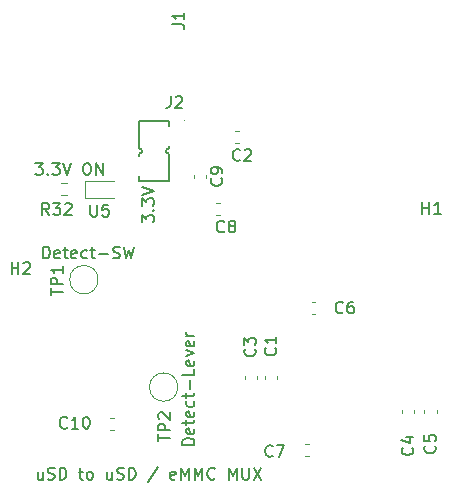
<source format=gbr>
%TF.GenerationSoftware,KiCad,Pcbnew,9.0.2*%
%TF.CreationDate,2025-06-23T22:31:53+02:00*%
%TF.ProjectId,Board,426f6172-642e-46b6-9963-61645f706362,rev?*%
%TF.SameCoordinates,Original*%
%TF.FileFunction,Legend,Top*%
%TF.FilePolarity,Positive*%
%FSLAX46Y46*%
G04 Gerber Fmt 4.6, Leading zero omitted, Abs format (unit mm)*
G04 Created by KiCad (PCBNEW 9.0.2) date 2025-06-23 22:31:53*
%MOMM*%
%LPD*%
G01*
G04 APERTURE LIST*
%ADD10C,0.150000*%
%ADD11C,0.120000*%
%ADD12C,0.152000*%
%ADD13C,0.059995*%
G04 APERTURE END LIST*
D10*
X80769819Y-74308458D02*
X80769819Y-73689411D01*
X80769819Y-73689411D02*
X81150771Y-74022744D01*
X81150771Y-74022744D02*
X81150771Y-73879887D01*
X81150771Y-73879887D02*
X81198390Y-73784649D01*
X81198390Y-73784649D02*
X81246009Y-73737030D01*
X81246009Y-73737030D02*
X81341247Y-73689411D01*
X81341247Y-73689411D02*
X81579342Y-73689411D01*
X81579342Y-73689411D02*
X81674580Y-73737030D01*
X81674580Y-73737030D02*
X81722200Y-73784649D01*
X81722200Y-73784649D02*
X81769819Y-73879887D01*
X81769819Y-73879887D02*
X81769819Y-74165601D01*
X81769819Y-74165601D02*
X81722200Y-74260839D01*
X81722200Y-74260839D02*
X81674580Y-74308458D01*
X81674580Y-73260839D02*
X81722200Y-73213220D01*
X81722200Y-73213220D02*
X81769819Y-73260839D01*
X81769819Y-73260839D02*
X81722200Y-73308458D01*
X81722200Y-73308458D02*
X81674580Y-73260839D01*
X81674580Y-73260839D02*
X81769819Y-73260839D01*
X80769819Y-72879887D02*
X80769819Y-72260840D01*
X80769819Y-72260840D02*
X81150771Y-72594173D01*
X81150771Y-72594173D02*
X81150771Y-72451316D01*
X81150771Y-72451316D02*
X81198390Y-72356078D01*
X81198390Y-72356078D02*
X81246009Y-72308459D01*
X81246009Y-72308459D02*
X81341247Y-72260840D01*
X81341247Y-72260840D02*
X81579342Y-72260840D01*
X81579342Y-72260840D02*
X81674580Y-72308459D01*
X81674580Y-72308459D02*
X81722200Y-72356078D01*
X81722200Y-72356078D02*
X81769819Y-72451316D01*
X81769819Y-72451316D02*
X81769819Y-72737030D01*
X81769819Y-72737030D02*
X81722200Y-72832268D01*
X81722200Y-72832268D02*
X81674580Y-72879887D01*
X80769819Y-71975125D02*
X81769819Y-71641792D01*
X81769819Y-71641792D02*
X80769819Y-71308459D01*
X72411779Y-77344819D02*
X72411779Y-76344819D01*
X72411779Y-76344819D02*
X72649874Y-76344819D01*
X72649874Y-76344819D02*
X72792731Y-76392438D01*
X72792731Y-76392438D02*
X72887969Y-76487676D01*
X72887969Y-76487676D02*
X72935588Y-76582914D01*
X72935588Y-76582914D02*
X72983207Y-76773390D01*
X72983207Y-76773390D02*
X72983207Y-76916247D01*
X72983207Y-76916247D02*
X72935588Y-77106723D01*
X72935588Y-77106723D02*
X72887969Y-77201961D01*
X72887969Y-77201961D02*
X72792731Y-77297200D01*
X72792731Y-77297200D02*
X72649874Y-77344819D01*
X72649874Y-77344819D02*
X72411779Y-77344819D01*
X73792731Y-77297200D02*
X73697493Y-77344819D01*
X73697493Y-77344819D02*
X73507017Y-77344819D01*
X73507017Y-77344819D02*
X73411779Y-77297200D01*
X73411779Y-77297200D02*
X73364160Y-77201961D01*
X73364160Y-77201961D02*
X73364160Y-76821009D01*
X73364160Y-76821009D02*
X73411779Y-76725771D01*
X73411779Y-76725771D02*
X73507017Y-76678152D01*
X73507017Y-76678152D02*
X73697493Y-76678152D01*
X73697493Y-76678152D02*
X73792731Y-76725771D01*
X73792731Y-76725771D02*
X73840350Y-76821009D01*
X73840350Y-76821009D02*
X73840350Y-76916247D01*
X73840350Y-76916247D02*
X73364160Y-77011485D01*
X74126065Y-76678152D02*
X74507017Y-76678152D01*
X74268922Y-76344819D02*
X74268922Y-77201961D01*
X74268922Y-77201961D02*
X74316541Y-77297200D01*
X74316541Y-77297200D02*
X74411779Y-77344819D01*
X74411779Y-77344819D02*
X74507017Y-77344819D01*
X75221303Y-77297200D02*
X75126065Y-77344819D01*
X75126065Y-77344819D02*
X74935589Y-77344819D01*
X74935589Y-77344819D02*
X74840351Y-77297200D01*
X74840351Y-77297200D02*
X74792732Y-77201961D01*
X74792732Y-77201961D02*
X74792732Y-76821009D01*
X74792732Y-76821009D02*
X74840351Y-76725771D01*
X74840351Y-76725771D02*
X74935589Y-76678152D01*
X74935589Y-76678152D02*
X75126065Y-76678152D01*
X75126065Y-76678152D02*
X75221303Y-76725771D01*
X75221303Y-76725771D02*
X75268922Y-76821009D01*
X75268922Y-76821009D02*
X75268922Y-76916247D01*
X75268922Y-76916247D02*
X74792732Y-77011485D01*
X76126065Y-77297200D02*
X76030827Y-77344819D01*
X76030827Y-77344819D02*
X75840351Y-77344819D01*
X75840351Y-77344819D02*
X75745113Y-77297200D01*
X75745113Y-77297200D02*
X75697494Y-77249580D01*
X75697494Y-77249580D02*
X75649875Y-77154342D01*
X75649875Y-77154342D02*
X75649875Y-76868628D01*
X75649875Y-76868628D02*
X75697494Y-76773390D01*
X75697494Y-76773390D02*
X75745113Y-76725771D01*
X75745113Y-76725771D02*
X75840351Y-76678152D01*
X75840351Y-76678152D02*
X76030827Y-76678152D01*
X76030827Y-76678152D02*
X76126065Y-76725771D01*
X76411780Y-76678152D02*
X76792732Y-76678152D01*
X76554637Y-76344819D02*
X76554637Y-77201961D01*
X76554637Y-77201961D02*
X76602256Y-77297200D01*
X76602256Y-77297200D02*
X76697494Y-77344819D01*
X76697494Y-77344819D02*
X76792732Y-77344819D01*
X77126066Y-76963866D02*
X77887971Y-76963866D01*
X78316542Y-77297200D02*
X78459399Y-77344819D01*
X78459399Y-77344819D02*
X78697494Y-77344819D01*
X78697494Y-77344819D02*
X78792732Y-77297200D01*
X78792732Y-77297200D02*
X78840351Y-77249580D01*
X78840351Y-77249580D02*
X78887970Y-77154342D01*
X78887970Y-77154342D02*
X78887970Y-77059104D01*
X78887970Y-77059104D02*
X78840351Y-76963866D01*
X78840351Y-76963866D02*
X78792732Y-76916247D01*
X78792732Y-76916247D02*
X78697494Y-76868628D01*
X78697494Y-76868628D02*
X78507018Y-76821009D01*
X78507018Y-76821009D02*
X78411780Y-76773390D01*
X78411780Y-76773390D02*
X78364161Y-76725771D01*
X78364161Y-76725771D02*
X78316542Y-76630533D01*
X78316542Y-76630533D02*
X78316542Y-76535295D01*
X78316542Y-76535295D02*
X78364161Y-76440057D01*
X78364161Y-76440057D02*
X78411780Y-76392438D01*
X78411780Y-76392438D02*
X78507018Y-76344819D01*
X78507018Y-76344819D02*
X78745113Y-76344819D01*
X78745113Y-76344819D02*
X78887970Y-76392438D01*
X79221304Y-76344819D02*
X79459399Y-77344819D01*
X79459399Y-77344819D02*
X79649875Y-76630533D01*
X79649875Y-76630533D02*
X79840351Y-77344819D01*
X79840351Y-77344819D02*
X80078447Y-76344819D01*
X71741541Y-69269819D02*
X72360588Y-69269819D01*
X72360588Y-69269819D02*
X72027255Y-69650771D01*
X72027255Y-69650771D02*
X72170112Y-69650771D01*
X72170112Y-69650771D02*
X72265350Y-69698390D01*
X72265350Y-69698390D02*
X72312969Y-69746009D01*
X72312969Y-69746009D02*
X72360588Y-69841247D01*
X72360588Y-69841247D02*
X72360588Y-70079342D01*
X72360588Y-70079342D02*
X72312969Y-70174580D01*
X72312969Y-70174580D02*
X72265350Y-70222200D01*
X72265350Y-70222200D02*
X72170112Y-70269819D01*
X72170112Y-70269819D02*
X71884398Y-70269819D01*
X71884398Y-70269819D02*
X71789160Y-70222200D01*
X71789160Y-70222200D02*
X71741541Y-70174580D01*
X72789160Y-70174580D02*
X72836779Y-70222200D01*
X72836779Y-70222200D02*
X72789160Y-70269819D01*
X72789160Y-70269819D02*
X72741541Y-70222200D01*
X72741541Y-70222200D02*
X72789160Y-70174580D01*
X72789160Y-70174580D02*
X72789160Y-70269819D01*
X73170112Y-69269819D02*
X73789159Y-69269819D01*
X73789159Y-69269819D02*
X73455826Y-69650771D01*
X73455826Y-69650771D02*
X73598683Y-69650771D01*
X73598683Y-69650771D02*
X73693921Y-69698390D01*
X73693921Y-69698390D02*
X73741540Y-69746009D01*
X73741540Y-69746009D02*
X73789159Y-69841247D01*
X73789159Y-69841247D02*
X73789159Y-70079342D01*
X73789159Y-70079342D02*
X73741540Y-70174580D01*
X73741540Y-70174580D02*
X73693921Y-70222200D01*
X73693921Y-70222200D02*
X73598683Y-70269819D01*
X73598683Y-70269819D02*
X73312969Y-70269819D01*
X73312969Y-70269819D02*
X73217731Y-70222200D01*
X73217731Y-70222200D02*
X73170112Y-70174580D01*
X74074874Y-69269819D02*
X74408207Y-70269819D01*
X74408207Y-70269819D02*
X74741540Y-69269819D01*
X76027255Y-69269819D02*
X76217731Y-69269819D01*
X76217731Y-69269819D02*
X76312969Y-69317438D01*
X76312969Y-69317438D02*
X76408207Y-69412676D01*
X76408207Y-69412676D02*
X76455826Y-69603152D01*
X76455826Y-69603152D02*
X76455826Y-69936485D01*
X76455826Y-69936485D02*
X76408207Y-70126961D01*
X76408207Y-70126961D02*
X76312969Y-70222200D01*
X76312969Y-70222200D02*
X76217731Y-70269819D01*
X76217731Y-70269819D02*
X76027255Y-70269819D01*
X76027255Y-70269819D02*
X75932017Y-70222200D01*
X75932017Y-70222200D02*
X75836779Y-70126961D01*
X75836779Y-70126961D02*
X75789160Y-69936485D01*
X75789160Y-69936485D02*
X75789160Y-69603152D01*
X75789160Y-69603152D02*
X75836779Y-69412676D01*
X75836779Y-69412676D02*
X75932017Y-69317438D01*
X75932017Y-69317438D02*
X76027255Y-69269819D01*
X76884398Y-70269819D02*
X76884398Y-69269819D01*
X76884398Y-69269819D02*
X77455826Y-70269819D01*
X77455826Y-70269819D02*
X77455826Y-69269819D01*
X72365350Y-95403152D02*
X72365350Y-96069819D01*
X71936779Y-95403152D02*
X71936779Y-95926961D01*
X71936779Y-95926961D02*
X71984398Y-96022200D01*
X71984398Y-96022200D02*
X72079636Y-96069819D01*
X72079636Y-96069819D02*
X72222493Y-96069819D01*
X72222493Y-96069819D02*
X72317731Y-96022200D01*
X72317731Y-96022200D02*
X72365350Y-95974580D01*
X72793922Y-96022200D02*
X72936779Y-96069819D01*
X72936779Y-96069819D02*
X73174874Y-96069819D01*
X73174874Y-96069819D02*
X73270112Y-96022200D01*
X73270112Y-96022200D02*
X73317731Y-95974580D01*
X73317731Y-95974580D02*
X73365350Y-95879342D01*
X73365350Y-95879342D02*
X73365350Y-95784104D01*
X73365350Y-95784104D02*
X73317731Y-95688866D01*
X73317731Y-95688866D02*
X73270112Y-95641247D01*
X73270112Y-95641247D02*
X73174874Y-95593628D01*
X73174874Y-95593628D02*
X72984398Y-95546009D01*
X72984398Y-95546009D02*
X72889160Y-95498390D01*
X72889160Y-95498390D02*
X72841541Y-95450771D01*
X72841541Y-95450771D02*
X72793922Y-95355533D01*
X72793922Y-95355533D02*
X72793922Y-95260295D01*
X72793922Y-95260295D02*
X72841541Y-95165057D01*
X72841541Y-95165057D02*
X72889160Y-95117438D01*
X72889160Y-95117438D02*
X72984398Y-95069819D01*
X72984398Y-95069819D02*
X73222493Y-95069819D01*
X73222493Y-95069819D02*
X73365350Y-95117438D01*
X73793922Y-96069819D02*
X73793922Y-95069819D01*
X73793922Y-95069819D02*
X74032017Y-95069819D01*
X74032017Y-95069819D02*
X74174874Y-95117438D01*
X74174874Y-95117438D02*
X74270112Y-95212676D01*
X74270112Y-95212676D02*
X74317731Y-95307914D01*
X74317731Y-95307914D02*
X74365350Y-95498390D01*
X74365350Y-95498390D02*
X74365350Y-95641247D01*
X74365350Y-95641247D02*
X74317731Y-95831723D01*
X74317731Y-95831723D02*
X74270112Y-95926961D01*
X74270112Y-95926961D02*
X74174874Y-96022200D01*
X74174874Y-96022200D02*
X74032017Y-96069819D01*
X74032017Y-96069819D02*
X73793922Y-96069819D01*
X75412970Y-95403152D02*
X75793922Y-95403152D01*
X75555827Y-95069819D02*
X75555827Y-95926961D01*
X75555827Y-95926961D02*
X75603446Y-96022200D01*
X75603446Y-96022200D02*
X75698684Y-96069819D01*
X75698684Y-96069819D02*
X75793922Y-96069819D01*
X76270113Y-96069819D02*
X76174875Y-96022200D01*
X76174875Y-96022200D02*
X76127256Y-95974580D01*
X76127256Y-95974580D02*
X76079637Y-95879342D01*
X76079637Y-95879342D02*
X76079637Y-95593628D01*
X76079637Y-95593628D02*
X76127256Y-95498390D01*
X76127256Y-95498390D02*
X76174875Y-95450771D01*
X76174875Y-95450771D02*
X76270113Y-95403152D01*
X76270113Y-95403152D02*
X76412970Y-95403152D01*
X76412970Y-95403152D02*
X76508208Y-95450771D01*
X76508208Y-95450771D02*
X76555827Y-95498390D01*
X76555827Y-95498390D02*
X76603446Y-95593628D01*
X76603446Y-95593628D02*
X76603446Y-95879342D01*
X76603446Y-95879342D02*
X76555827Y-95974580D01*
X76555827Y-95974580D02*
X76508208Y-96022200D01*
X76508208Y-96022200D02*
X76412970Y-96069819D01*
X76412970Y-96069819D02*
X76270113Y-96069819D01*
X78222494Y-95403152D02*
X78222494Y-96069819D01*
X77793923Y-95403152D02*
X77793923Y-95926961D01*
X77793923Y-95926961D02*
X77841542Y-96022200D01*
X77841542Y-96022200D02*
X77936780Y-96069819D01*
X77936780Y-96069819D02*
X78079637Y-96069819D01*
X78079637Y-96069819D02*
X78174875Y-96022200D01*
X78174875Y-96022200D02*
X78222494Y-95974580D01*
X78651066Y-96022200D02*
X78793923Y-96069819D01*
X78793923Y-96069819D02*
X79032018Y-96069819D01*
X79032018Y-96069819D02*
X79127256Y-96022200D01*
X79127256Y-96022200D02*
X79174875Y-95974580D01*
X79174875Y-95974580D02*
X79222494Y-95879342D01*
X79222494Y-95879342D02*
X79222494Y-95784104D01*
X79222494Y-95784104D02*
X79174875Y-95688866D01*
X79174875Y-95688866D02*
X79127256Y-95641247D01*
X79127256Y-95641247D02*
X79032018Y-95593628D01*
X79032018Y-95593628D02*
X78841542Y-95546009D01*
X78841542Y-95546009D02*
X78746304Y-95498390D01*
X78746304Y-95498390D02*
X78698685Y-95450771D01*
X78698685Y-95450771D02*
X78651066Y-95355533D01*
X78651066Y-95355533D02*
X78651066Y-95260295D01*
X78651066Y-95260295D02*
X78698685Y-95165057D01*
X78698685Y-95165057D02*
X78746304Y-95117438D01*
X78746304Y-95117438D02*
X78841542Y-95069819D01*
X78841542Y-95069819D02*
X79079637Y-95069819D01*
X79079637Y-95069819D02*
X79222494Y-95117438D01*
X79651066Y-96069819D02*
X79651066Y-95069819D01*
X79651066Y-95069819D02*
X79889161Y-95069819D01*
X79889161Y-95069819D02*
X80032018Y-95117438D01*
X80032018Y-95117438D02*
X80127256Y-95212676D01*
X80127256Y-95212676D02*
X80174875Y-95307914D01*
X80174875Y-95307914D02*
X80222494Y-95498390D01*
X80222494Y-95498390D02*
X80222494Y-95641247D01*
X80222494Y-95641247D02*
X80174875Y-95831723D01*
X80174875Y-95831723D02*
X80127256Y-95926961D01*
X80127256Y-95926961D02*
X80032018Y-96022200D01*
X80032018Y-96022200D02*
X79889161Y-96069819D01*
X79889161Y-96069819D02*
X79651066Y-96069819D01*
X82127256Y-95022200D02*
X81270114Y-96307914D01*
X83603447Y-96022200D02*
X83508209Y-96069819D01*
X83508209Y-96069819D02*
X83317733Y-96069819D01*
X83317733Y-96069819D02*
X83222495Y-96022200D01*
X83222495Y-96022200D02*
X83174876Y-95926961D01*
X83174876Y-95926961D02*
X83174876Y-95546009D01*
X83174876Y-95546009D02*
X83222495Y-95450771D01*
X83222495Y-95450771D02*
X83317733Y-95403152D01*
X83317733Y-95403152D02*
X83508209Y-95403152D01*
X83508209Y-95403152D02*
X83603447Y-95450771D01*
X83603447Y-95450771D02*
X83651066Y-95546009D01*
X83651066Y-95546009D02*
X83651066Y-95641247D01*
X83651066Y-95641247D02*
X83174876Y-95736485D01*
X84079638Y-96069819D02*
X84079638Y-95069819D01*
X84079638Y-95069819D02*
X84412971Y-95784104D01*
X84412971Y-95784104D02*
X84746304Y-95069819D01*
X84746304Y-95069819D02*
X84746304Y-96069819D01*
X85222495Y-96069819D02*
X85222495Y-95069819D01*
X85222495Y-95069819D02*
X85555828Y-95784104D01*
X85555828Y-95784104D02*
X85889161Y-95069819D01*
X85889161Y-95069819D02*
X85889161Y-96069819D01*
X86936780Y-95974580D02*
X86889161Y-96022200D01*
X86889161Y-96022200D02*
X86746304Y-96069819D01*
X86746304Y-96069819D02*
X86651066Y-96069819D01*
X86651066Y-96069819D02*
X86508209Y-96022200D01*
X86508209Y-96022200D02*
X86412971Y-95926961D01*
X86412971Y-95926961D02*
X86365352Y-95831723D01*
X86365352Y-95831723D02*
X86317733Y-95641247D01*
X86317733Y-95641247D02*
X86317733Y-95498390D01*
X86317733Y-95498390D02*
X86365352Y-95307914D01*
X86365352Y-95307914D02*
X86412971Y-95212676D01*
X86412971Y-95212676D02*
X86508209Y-95117438D01*
X86508209Y-95117438D02*
X86651066Y-95069819D01*
X86651066Y-95069819D02*
X86746304Y-95069819D01*
X86746304Y-95069819D02*
X86889161Y-95117438D01*
X86889161Y-95117438D02*
X86936780Y-95165057D01*
X88127257Y-96069819D02*
X88127257Y-95069819D01*
X88127257Y-95069819D02*
X88460590Y-95784104D01*
X88460590Y-95784104D02*
X88793923Y-95069819D01*
X88793923Y-95069819D02*
X88793923Y-96069819D01*
X89270114Y-95069819D02*
X89270114Y-95879342D01*
X89270114Y-95879342D02*
X89317733Y-95974580D01*
X89317733Y-95974580D02*
X89365352Y-96022200D01*
X89365352Y-96022200D02*
X89460590Y-96069819D01*
X89460590Y-96069819D02*
X89651066Y-96069819D01*
X89651066Y-96069819D02*
X89746304Y-96022200D01*
X89746304Y-96022200D02*
X89793923Y-95974580D01*
X89793923Y-95974580D02*
X89841542Y-95879342D01*
X89841542Y-95879342D02*
X89841542Y-95069819D01*
X90222495Y-95069819D02*
X90889161Y-96069819D01*
X90889161Y-95069819D02*
X90222495Y-96069819D01*
X85194819Y-93138220D02*
X84194819Y-93138220D01*
X84194819Y-93138220D02*
X84194819Y-92900125D01*
X84194819Y-92900125D02*
X84242438Y-92757268D01*
X84242438Y-92757268D02*
X84337676Y-92662030D01*
X84337676Y-92662030D02*
X84432914Y-92614411D01*
X84432914Y-92614411D02*
X84623390Y-92566792D01*
X84623390Y-92566792D02*
X84766247Y-92566792D01*
X84766247Y-92566792D02*
X84956723Y-92614411D01*
X84956723Y-92614411D02*
X85051961Y-92662030D01*
X85051961Y-92662030D02*
X85147200Y-92757268D01*
X85147200Y-92757268D02*
X85194819Y-92900125D01*
X85194819Y-92900125D02*
X85194819Y-93138220D01*
X85147200Y-91757268D02*
X85194819Y-91852506D01*
X85194819Y-91852506D02*
X85194819Y-92042982D01*
X85194819Y-92042982D02*
X85147200Y-92138220D01*
X85147200Y-92138220D02*
X85051961Y-92185839D01*
X85051961Y-92185839D02*
X84671009Y-92185839D01*
X84671009Y-92185839D02*
X84575771Y-92138220D01*
X84575771Y-92138220D02*
X84528152Y-92042982D01*
X84528152Y-92042982D02*
X84528152Y-91852506D01*
X84528152Y-91852506D02*
X84575771Y-91757268D01*
X84575771Y-91757268D02*
X84671009Y-91709649D01*
X84671009Y-91709649D02*
X84766247Y-91709649D01*
X84766247Y-91709649D02*
X84861485Y-92185839D01*
X84528152Y-91423934D02*
X84528152Y-91042982D01*
X84194819Y-91281077D02*
X85051961Y-91281077D01*
X85051961Y-91281077D02*
X85147200Y-91233458D01*
X85147200Y-91233458D02*
X85194819Y-91138220D01*
X85194819Y-91138220D02*
X85194819Y-91042982D01*
X85147200Y-90328696D02*
X85194819Y-90423934D01*
X85194819Y-90423934D02*
X85194819Y-90614410D01*
X85194819Y-90614410D02*
X85147200Y-90709648D01*
X85147200Y-90709648D02*
X85051961Y-90757267D01*
X85051961Y-90757267D02*
X84671009Y-90757267D01*
X84671009Y-90757267D02*
X84575771Y-90709648D01*
X84575771Y-90709648D02*
X84528152Y-90614410D01*
X84528152Y-90614410D02*
X84528152Y-90423934D01*
X84528152Y-90423934D02*
X84575771Y-90328696D01*
X84575771Y-90328696D02*
X84671009Y-90281077D01*
X84671009Y-90281077D02*
X84766247Y-90281077D01*
X84766247Y-90281077D02*
X84861485Y-90757267D01*
X85147200Y-89423934D02*
X85194819Y-89519172D01*
X85194819Y-89519172D02*
X85194819Y-89709648D01*
X85194819Y-89709648D02*
X85147200Y-89804886D01*
X85147200Y-89804886D02*
X85099580Y-89852505D01*
X85099580Y-89852505D02*
X85004342Y-89900124D01*
X85004342Y-89900124D02*
X84718628Y-89900124D01*
X84718628Y-89900124D02*
X84623390Y-89852505D01*
X84623390Y-89852505D02*
X84575771Y-89804886D01*
X84575771Y-89804886D02*
X84528152Y-89709648D01*
X84528152Y-89709648D02*
X84528152Y-89519172D01*
X84528152Y-89519172D02*
X84575771Y-89423934D01*
X84528152Y-89138219D02*
X84528152Y-88757267D01*
X84194819Y-88995362D02*
X85051961Y-88995362D01*
X85051961Y-88995362D02*
X85147200Y-88947743D01*
X85147200Y-88947743D02*
X85194819Y-88852505D01*
X85194819Y-88852505D02*
X85194819Y-88757267D01*
X84813866Y-88423933D02*
X84813866Y-87662029D01*
X85194819Y-86709648D02*
X85194819Y-87185838D01*
X85194819Y-87185838D02*
X84194819Y-87185838D01*
X85147200Y-85995362D02*
X85194819Y-86090600D01*
X85194819Y-86090600D02*
X85194819Y-86281076D01*
X85194819Y-86281076D02*
X85147200Y-86376314D01*
X85147200Y-86376314D02*
X85051961Y-86423933D01*
X85051961Y-86423933D02*
X84671009Y-86423933D01*
X84671009Y-86423933D02*
X84575771Y-86376314D01*
X84575771Y-86376314D02*
X84528152Y-86281076D01*
X84528152Y-86281076D02*
X84528152Y-86090600D01*
X84528152Y-86090600D02*
X84575771Y-85995362D01*
X84575771Y-85995362D02*
X84671009Y-85947743D01*
X84671009Y-85947743D02*
X84766247Y-85947743D01*
X84766247Y-85947743D02*
X84861485Y-86423933D01*
X84528152Y-85614409D02*
X85194819Y-85376314D01*
X85194819Y-85376314D02*
X84528152Y-85138219D01*
X85147200Y-84376314D02*
X85194819Y-84471552D01*
X85194819Y-84471552D02*
X85194819Y-84662028D01*
X85194819Y-84662028D02*
X85147200Y-84757266D01*
X85147200Y-84757266D02*
X85051961Y-84804885D01*
X85051961Y-84804885D02*
X84671009Y-84804885D01*
X84671009Y-84804885D02*
X84575771Y-84757266D01*
X84575771Y-84757266D02*
X84528152Y-84662028D01*
X84528152Y-84662028D02*
X84528152Y-84471552D01*
X84528152Y-84471552D02*
X84575771Y-84376314D01*
X84575771Y-84376314D02*
X84671009Y-84328695D01*
X84671009Y-84328695D02*
X84766247Y-84328695D01*
X84766247Y-84328695D02*
X84861485Y-84804885D01*
X85194819Y-83900123D02*
X84528152Y-83900123D01*
X84718628Y-83900123D02*
X84623390Y-83852504D01*
X84623390Y-83852504D02*
X84575771Y-83804885D01*
X84575771Y-83804885D02*
X84528152Y-83709647D01*
X84528152Y-83709647D02*
X84528152Y-83614409D01*
X105559580Y-93216666D02*
X105607200Y-93264285D01*
X105607200Y-93264285D02*
X105654819Y-93407142D01*
X105654819Y-93407142D02*
X105654819Y-93502380D01*
X105654819Y-93502380D02*
X105607200Y-93645237D01*
X105607200Y-93645237D02*
X105511961Y-93740475D01*
X105511961Y-93740475D02*
X105416723Y-93788094D01*
X105416723Y-93788094D02*
X105226247Y-93835713D01*
X105226247Y-93835713D02*
X105083390Y-93835713D01*
X105083390Y-93835713D02*
X104892914Y-93788094D01*
X104892914Y-93788094D02*
X104797676Y-93740475D01*
X104797676Y-93740475D02*
X104702438Y-93645237D01*
X104702438Y-93645237D02*
X104654819Y-93502380D01*
X104654819Y-93502380D02*
X104654819Y-93407142D01*
X104654819Y-93407142D02*
X104702438Y-93264285D01*
X104702438Y-93264285D02*
X104750057Y-93216666D01*
X104654819Y-92311904D02*
X104654819Y-92788094D01*
X104654819Y-92788094D02*
X105131009Y-92835713D01*
X105131009Y-92835713D02*
X105083390Y-92788094D01*
X105083390Y-92788094D02*
X105035771Y-92692856D01*
X105035771Y-92692856D02*
X105035771Y-92454761D01*
X105035771Y-92454761D02*
X105083390Y-92359523D01*
X105083390Y-92359523D02*
X105131009Y-92311904D01*
X105131009Y-92311904D02*
X105226247Y-92264285D01*
X105226247Y-92264285D02*
X105464342Y-92264285D01*
X105464342Y-92264285D02*
X105559580Y-92311904D01*
X105559580Y-92311904D02*
X105607200Y-92359523D01*
X105607200Y-92359523D02*
X105654819Y-92454761D01*
X105654819Y-92454761D02*
X105654819Y-92692856D01*
X105654819Y-92692856D02*
X105607200Y-92788094D01*
X105607200Y-92788094D02*
X105559580Y-92835713D01*
X87733333Y-75059580D02*
X87685714Y-75107200D01*
X87685714Y-75107200D02*
X87542857Y-75154819D01*
X87542857Y-75154819D02*
X87447619Y-75154819D01*
X87447619Y-75154819D02*
X87304762Y-75107200D01*
X87304762Y-75107200D02*
X87209524Y-75011961D01*
X87209524Y-75011961D02*
X87161905Y-74916723D01*
X87161905Y-74916723D02*
X87114286Y-74726247D01*
X87114286Y-74726247D02*
X87114286Y-74583390D01*
X87114286Y-74583390D02*
X87161905Y-74392914D01*
X87161905Y-74392914D02*
X87209524Y-74297676D01*
X87209524Y-74297676D02*
X87304762Y-74202438D01*
X87304762Y-74202438D02*
X87447619Y-74154819D01*
X87447619Y-74154819D02*
X87542857Y-74154819D01*
X87542857Y-74154819D02*
X87685714Y-74202438D01*
X87685714Y-74202438D02*
X87733333Y-74250057D01*
X88304762Y-74583390D02*
X88209524Y-74535771D01*
X88209524Y-74535771D02*
X88161905Y-74488152D01*
X88161905Y-74488152D02*
X88114286Y-74392914D01*
X88114286Y-74392914D02*
X88114286Y-74345295D01*
X88114286Y-74345295D02*
X88161905Y-74250057D01*
X88161905Y-74250057D02*
X88209524Y-74202438D01*
X88209524Y-74202438D02*
X88304762Y-74154819D01*
X88304762Y-74154819D02*
X88495238Y-74154819D01*
X88495238Y-74154819D02*
X88590476Y-74202438D01*
X88590476Y-74202438D02*
X88638095Y-74250057D01*
X88638095Y-74250057D02*
X88685714Y-74345295D01*
X88685714Y-74345295D02*
X88685714Y-74392914D01*
X88685714Y-74392914D02*
X88638095Y-74488152D01*
X88638095Y-74488152D02*
X88590476Y-74535771D01*
X88590476Y-74535771D02*
X88495238Y-74583390D01*
X88495238Y-74583390D02*
X88304762Y-74583390D01*
X88304762Y-74583390D02*
X88209524Y-74631009D01*
X88209524Y-74631009D02*
X88161905Y-74678628D01*
X88161905Y-74678628D02*
X88114286Y-74773866D01*
X88114286Y-74773866D02*
X88114286Y-74964342D01*
X88114286Y-74964342D02*
X88161905Y-75059580D01*
X88161905Y-75059580D02*
X88209524Y-75107200D01*
X88209524Y-75107200D02*
X88304762Y-75154819D01*
X88304762Y-75154819D02*
X88495238Y-75154819D01*
X88495238Y-75154819D02*
X88590476Y-75107200D01*
X88590476Y-75107200D02*
X88638095Y-75059580D01*
X88638095Y-75059580D02*
X88685714Y-74964342D01*
X88685714Y-74964342D02*
X88685714Y-74773866D01*
X88685714Y-74773866D02*
X88638095Y-74678628D01*
X88638095Y-74678628D02*
X88590476Y-74631009D01*
X88590476Y-74631009D02*
X88495238Y-74583390D01*
X73054819Y-80461904D02*
X73054819Y-79890476D01*
X74054819Y-80176190D02*
X73054819Y-80176190D01*
X74054819Y-79557142D02*
X73054819Y-79557142D01*
X73054819Y-79557142D02*
X73054819Y-79176190D01*
X73054819Y-79176190D02*
X73102438Y-79080952D01*
X73102438Y-79080952D02*
X73150057Y-79033333D01*
X73150057Y-79033333D02*
X73245295Y-78985714D01*
X73245295Y-78985714D02*
X73388152Y-78985714D01*
X73388152Y-78985714D02*
X73483390Y-79033333D01*
X73483390Y-79033333D02*
X73531009Y-79080952D01*
X73531009Y-79080952D02*
X73578628Y-79176190D01*
X73578628Y-79176190D02*
X73578628Y-79557142D01*
X74054819Y-78033333D02*
X74054819Y-78604761D01*
X74054819Y-78319047D02*
X73054819Y-78319047D01*
X73054819Y-78319047D02*
X73197676Y-78414285D01*
X73197676Y-78414285D02*
X73292914Y-78509523D01*
X73292914Y-78509523D02*
X73340533Y-78604761D01*
X104513095Y-73579819D02*
X104513095Y-72579819D01*
X104513095Y-73056009D02*
X105084523Y-73056009D01*
X105084523Y-73579819D02*
X105084523Y-72579819D01*
X106084523Y-73579819D02*
X105513095Y-73579819D01*
X105798809Y-73579819D02*
X105798809Y-72579819D01*
X105798809Y-72579819D02*
X105703571Y-72722676D01*
X105703571Y-72722676D02*
X105608333Y-72817914D01*
X105608333Y-72817914D02*
X105513095Y-72865533D01*
X69738095Y-78654819D02*
X69738095Y-77654819D01*
X69738095Y-78131009D02*
X70309523Y-78131009D01*
X70309523Y-78654819D02*
X70309523Y-77654819D01*
X70738095Y-77750057D02*
X70785714Y-77702438D01*
X70785714Y-77702438D02*
X70880952Y-77654819D01*
X70880952Y-77654819D02*
X71119047Y-77654819D01*
X71119047Y-77654819D02*
X71214285Y-77702438D01*
X71214285Y-77702438D02*
X71261904Y-77750057D01*
X71261904Y-77750057D02*
X71309523Y-77845295D01*
X71309523Y-77845295D02*
X71309523Y-77940533D01*
X71309523Y-77940533D02*
X71261904Y-78083390D01*
X71261904Y-78083390D02*
X70690476Y-78654819D01*
X70690476Y-78654819D02*
X71309523Y-78654819D01*
X82154819Y-92811904D02*
X82154819Y-92240476D01*
X83154819Y-92526190D02*
X82154819Y-92526190D01*
X83154819Y-91907142D02*
X82154819Y-91907142D01*
X82154819Y-91907142D02*
X82154819Y-91526190D01*
X82154819Y-91526190D02*
X82202438Y-91430952D01*
X82202438Y-91430952D02*
X82250057Y-91383333D01*
X82250057Y-91383333D02*
X82345295Y-91335714D01*
X82345295Y-91335714D02*
X82488152Y-91335714D01*
X82488152Y-91335714D02*
X82583390Y-91383333D01*
X82583390Y-91383333D02*
X82631009Y-91430952D01*
X82631009Y-91430952D02*
X82678628Y-91526190D01*
X82678628Y-91526190D02*
X82678628Y-91907142D01*
X82250057Y-90954761D02*
X82202438Y-90907142D01*
X82202438Y-90907142D02*
X82154819Y-90811904D01*
X82154819Y-90811904D02*
X82154819Y-90573809D01*
X82154819Y-90573809D02*
X82202438Y-90478571D01*
X82202438Y-90478571D02*
X82250057Y-90430952D01*
X82250057Y-90430952D02*
X82345295Y-90383333D01*
X82345295Y-90383333D02*
X82440533Y-90383333D01*
X82440533Y-90383333D02*
X82583390Y-90430952D01*
X82583390Y-90430952D02*
X83154819Y-91002380D01*
X83154819Y-91002380D02*
X83154819Y-90383333D01*
X90309580Y-85016666D02*
X90357200Y-85064285D01*
X90357200Y-85064285D02*
X90404819Y-85207142D01*
X90404819Y-85207142D02*
X90404819Y-85302380D01*
X90404819Y-85302380D02*
X90357200Y-85445237D01*
X90357200Y-85445237D02*
X90261961Y-85540475D01*
X90261961Y-85540475D02*
X90166723Y-85588094D01*
X90166723Y-85588094D02*
X89976247Y-85635713D01*
X89976247Y-85635713D02*
X89833390Y-85635713D01*
X89833390Y-85635713D02*
X89642914Y-85588094D01*
X89642914Y-85588094D02*
X89547676Y-85540475D01*
X89547676Y-85540475D02*
X89452438Y-85445237D01*
X89452438Y-85445237D02*
X89404819Y-85302380D01*
X89404819Y-85302380D02*
X89404819Y-85207142D01*
X89404819Y-85207142D02*
X89452438Y-85064285D01*
X89452438Y-85064285D02*
X89500057Y-85016666D01*
X89404819Y-84683332D02*
X89404819Y-84064285D01*
X89404819Y-84064285D02*
X89785771Y-84397618D01*
X89785771Y-84397618D02*
X89785771Y-84254761D01*
X89785771Y-84254761D02*
X89833390Y-84159523D01*
X89833390Y-84159523D02*
X89881009Y-84111904D01*
X89881009Y-84111904D02*
X89976247Y-84064285D01*
X89976247Y-84064285D02*
X90214342Y-84064285D01*
X90214342Y-84064285D02*
X90309580Y-84111904D01*
X90309580Y-84111904D02*
X90357200Y-84159523D01*
X90357200Y-84159523D02*
X90404819Y-84254761D01*
X90404819Y-84254761D02*
X90404819Y-84540475D01*
X90404819Y-84540475D02*
X90357200Y-84635713D01*
X90357200Y-84635713D02*
X90309580Y-84683332D01*
X74432142Y-91659580D02*
X74384523Y-91707200D01*
X74384523Y-91707200D02*
X74241666Y-91754819D01*
X74241666Y-91754819D02*
X74146428Y-91754819D01*
X74146428Y-91754819D02*
X74003571Y-91707200D01*
X74003571Y-91707200D02*
X73908333Y-91611961D01*
X73908333Y-91611961D02*
X73860714Y-91516723D01*
X73860714Y-91516723D02*
X73813095Y-91326247D01*
X73813095Y-91326247D02*
X73813095Y-91183390D01*
X73813095Y-91183390D02*
X73860714Y-90992914D01*
X73860714Y-90992914D02*
X73908333Y-90897676D01*
X73908333Y-90897676D02*
X74003571Y-90802438D01*
X74003571Y-90802438D02*
X74146428Y-90754819D01*
X74146428Y-90754819D02*
X74241666Y-90754819D01*
X74241666Y-90754819D02*
X74384523Y-90802438D01*
X74384523Y-90802438D02*
X74432142Y-90850057D01*
X75384523Y-91754819D02*
X74813095Y-91754819D01*
X75098809Y-91754819D02*
X75098809Y-90754819D01*
X75098809Y-90754819D02*
X75003571Y-90897676D01*
X75003571Y-90897676D02*
X74908333Y-90992914D01*
X74908333Y-90992914D02*
X74813095Y-91040533D01*
X76003571Y-90754819D02*
X76098809Y-90754819D01*
X76098809Y-90754819D02*
X76194047Y-90802438D01*
X76194047Y-90802438D02*
X76241666Y-90850057D01*
X76241666Y-90850057D02*
X76289285Y-90945295D01*
X76289285Y-90945295D02*
X76336904Y-91135771D01*
X76336904Y-91135771D02*
X76336904Y-91373866D01*
X76336904Y-91373866D02*
X76289285Y-91564342D01*
X76289285Y-91564342D02*
X76241666Y-91659580D01*
X76241666Y-91659580D02*
X76194047Y-91707200D01*
X76194047Y-91707200D02*
X76098809Y-91754819D01*
X76098809Y-91754819D02*
X76003571Y-91754819D01*
X76003571Y-91754819D02*
X75908333Y-91707200D01*
X75908333Y-91707200D02*
X75860714Y-91659580D01*
X75860714Y-91659580D02*
X75813095Y-91564342D01*
X75813095Y-91564342D02*
X75765476Y-91373866D01*
X75765476Y-91373866D02*
X75765476Y-91135771D01*
X75765476Y-91135771D02*
X75813095Y-90945295D01*
X75813095Y-90945295D02*
X75860714Y-90850057D01*
X75860714Y-90850057D02*
X75908333Y-90802438D01*
X75908333Y-90802438D02*
X76003571Y-90754819D01*
X89083333Y-69009580D02*
X89035714Y-69057200D01*
X89035714Y-69057200D02*
X88892857Y-69104819D01*
X88892857Y-69104819D02*
X88797619Y-69104819D01*
X88797619Y-69104819D02*
X88654762Y-69057200D01*
X88654762Y-69057200D02*
X88559524Y-68961961D01*
X88559524Y-68961961D02*
X88511905Y-68866723D01*
X88511905Y-68866723D02*
X88464286Y-68676247D01*
X88464286Y-68676247D02*
X88464286Y-68533390D01*
X88464286Y-68533390D02*
X88511905Y-68342914D01*
X88511905Y-68342914D02*
X88559524Y-68247676D01*
X88559524Y-68247676D02*
X88654762Y-68152438D01*
X88654762Y-68152438D02*
X88797619Y-68104819D01*
X88797619Y-68104819D02*
X88892857Y-68104819D01*
X88892857Y-68104819D02*
X89035714Y-68152438D01*
X89035714Y-68152438D02*
X89083333Y-68200057D01*
X89464286Y-68200057D02*
X89511905Y-68152438D01*
X89511905Y-68152438D02*
X89607143Y-68104819D01*
X89607143Y-68104819D02*
X89845238Y-68104819D01*
X89845238Y-68104819D02*
X89940476Y-68152438D01*
X89940476Y-68152438D02*
X89988095Y-68200057D01*
X89988095Y-68200057D02*
X90035714Y-68295295D01*
X90035714Y-68295295D02*
X90035714Y-68390533D01*
X90035714Y-68390533D02*
X89988095Y-68533390D01*
X89988095Y-68533390D02*
X89416667Y-69104819D01*
X89416667Y-69104819D02*
X90035714Y-69104819D01*
X92059580Y-84916666D02*
X92107200Y-84964285D01*
X92107200Y-84964285D02*
X92154819Y-85107142D01*
X92154819Y-85107142D02*
X92154819Y-85202380D01*
X92154819Y-85202380D02*
X92107200Y-85345237D01*
X92107200Y-85345237D02*
X92011961Y-85440475D01*
X92011961Y-85440475D02*
X91916723Y-85488094D01*
X91916723Y-85488094D02*
X91726247Y-85535713D01*
X91726247Y-85535713D02*
X91583390Y-85535713D01*
X91583390Y-85535713D02*
X91392914Y-85488094D01*
X91392914Y-85488094D02*
X91297676Y-85440475D01*
X91297676Y-85440475D02*
X91202438Y-85345237D01*
X91202438Y-85345237D02*
X91154819Y-85202380D01*
X91154819Y-85202380D02*
X91154819Y-85107142D01*
X91154819Y-85107142D02*
X91202438Y-84964285D01*
X91202438Y-84964285D02*
X91250057Y-84916666D01*
X92154819Y-83964285D02*
X92154819Y-84535713D01*
X92154819Y-84249999D02*
X91154819Y-84249999D01*
X91154819Y-84249999D02*
X91297676Y-84345237D01*
X91297676Y-84345237D02*
X91392914Y-84440475D01*
X91392914Y-84440475D02*
X91440533Y-84535713D01*
X83354819Y-57533333D02*
X84069104Y-57533333D01*
X84069104Y-57533333D02*
X84211961Y-57580952D01*
X84211961Y-57580952D02*
X84307200Y-57676190D01*
X84307200Y-57676190D02*
X84354819Y-57819047D01*
X84354819Y-57819047D02*
X84354819Y-57914285D01*
X84354819Y-56533333D02*
X84354819Y-57104761D01*
X84354819Y-56819047D02*
X83354819Y-56819047D01*
X83354819Y-56819047D02*
X83497676Y-56914285D01*
X83497676Y-56914285D02*
X83592914Y-57009523D01*
X83592914Y-57009523D02*
X83640533Y-57104761D01*
X83191666Y-63604819D02*
X83191666Y-64319104D01*
X83191666Y-64319104D02*
X83144047Y-64461961D01*
X83144047Y-64461961D02*
X83048809Y-64557200D01*
X83048809Y-64557200D02*
X82905952Y-64604819D01*
X82905952Y-64604819D02*
X82810714Y-64604819D01*
X83620238Y-63700057D02*
X83667857Y-63652438D01*
X83667857Y-63652438D02*
X83763095Y-63604819D01*
X83763095Y-63604819D02*
X84001190Y-63604819D01*
X84001190Y-63604819D02*
X84096428Y-63652438D01*
X84096428Y-63652438D02*
X84144047Y-63700057D01*
X84144047Y-63700057D02*
X84191666Y-63795295D01*
X84191666Y-63795295D02*
X84191666Y-63890533D01*
X84191666Y-63890533D02*
X84144047Y-64033390D01*
X84144047Y-64033390D02*
X83572619Y-64604819D01*
X83572619Y-64604819D02*
X84191666Y-64604819D01*
X76408095Y-72804819D02*
X76408095Y-73614342D01*
X76408095Y-73614342D02*
X76455714Y-73709580D01*
X76455714Y-73709580D02*
X76503333Y-73757200D01*
X76503333Y-73757200D02*
X76598571Y-73804819D01*
X76598571Y-73804819D02*
X76789047Y-73804819D01*
X76789047Y-73804819D02*
X76884285Y-73757200D01*
X76884285Y-73757200D02*
X76931904Y-73709580D01*
X76931904Y-73709580D02*
X76979523Y-73614342D01*
X76979523Y-73614342D02*
X76979523Y-72804819D01*
X77931904Y-72804819D02*
X77455714Y-72804819D01*
X77455714Y-72804819D02*
X77408095Y-73281009D01*
X77408095Y-73281009D02*
X77455714Y-73233390D01*
X77455714Y-73233390D02*
X77550952Y-73185771D01*
X77550952Y-73185771D02*
X77789047Y-73185771D01*
X77789047Y-73185771D02*
X77884285Y-73233390D01*
X77884285Y-73233390D02*
X77931904Y-73281009D01*
X77931904Y-73281009D02*
X77979523Y-73376247D01*
X77979523Y-73376247D02*
X77979523Y-73614342D01*
X77979523Y-73614342D02*
X77931904Y-73709580D01*
X77931904Y-73709580D02*
X77884285Y-73757200D01*
X77884285Y-73757200D02*
X77789047Y-73804819D01*
X77789047Y-73804819D02*
X77550952Y-73804819D01*
X77550952Y-73804819D02*
X77455714Y-73757200D01*
X77455714Y-73757200D02*
X77408095Y-73709580D01*
X87489580Y-70566666D02*
X87537200Y-70614285D01*
X87537200Y-70614285D02*
X87584819Y-70757142D01*
X87584819Y-70757142D02*
X87584819Y-70852380D01*
X87584819Y-70852380D02*
X87537200Y-70995237D01*
X87537200Y-70995237D02*
X87441961Y-71090475D01*
X87441961Y-71090475D02*
X87346723Y-71138094D01*
X87346723Y-71138094D02*
X87156247Y-71185713D01*
X87156247Y-71185713D02*
X87013390Y-71185713D01*
X87013390Y-71185713D02*
X86822914Y-71138094D01*
X86822914Y-71138094D02*
X86727676Y-71090475D01*
X86727676Y-71090475D02*
X86632438Y-70995237D01*
X86632438Y-70995237D02*
X86584819Y-70852380D01*
X86584819Y-70852380D02*
X86584819Y-70757142D01*
X86584819Y-70757142D02*
X86632438Y-70614285D01*
X86632438Y-70614285D02*
X86680057Y-70566666D01*
X87584819Y-70090475D02*
X87584819Y-69899999D01*
X87584819Y-69899999D02*
X87537200Y-69804761D01*
X87537200Y-69804761D02*
X87489580Y-69757142D01*
X87489580Y-69757142D02*
X87346723Y-69661904D01*
X87346723Y-69661904D02*
X87156247Y-69614285D01*
X87156247Y-69614285D02*
X86775295Y-69614285D01*
X86775295Y-69614285D02*
X86680057Y-69661904D01*
X86680057Y-69661904D02*
X86632438Y-69709523D01*
X86632438Y-69709523D02*
X86584819Y-69804761D01*
X86584819Y-69804761D02*
X86584819Y-69995237D01*
X86584819Y-69995237D02*
X86632438Y-70090475D01*
X86632438Y-70090475D02*
X86680057Y-70138094D01*
X86680057Y-70138094D02*
X86775295Y-70185713D01*
X86775295Y-70185713D02*
X87013390Y-70185713D01*
X87013390Y-70185713D02*
X87108628Y-70138094D01*
X87108628Y-70138094D02*
X87156247Y-70090475D01*
X87156247Y-70090475D02*
X87203866Y-69995237D01*
X87203866Y-69995237D02*
X87203866Y-69804761D01*
X87203866Y-69804761D02*
X87156247Y-69709523D01*
X87156247Y-69709523D02*
X87108628Y-69661904D01*
X87108628Y-69661904D02*
X87013390Y-69614285D01*
X103659580Y-93366666D02*
X103707200Y-93414285D01*
X103707200Y-93414285D02*
X103754819Y-93557142D01*
X103754819Y-93557142D02*
X103754819Y-93652380D01*
X103754819Y-93652380D02*
X103707200Y-93795237D01*
X103707200Y-93795237D02*
X103611961Y-93890475D01*
X103611961Y-93890475D02*
X103516723Y-93938094D01*
X103516723Y-93938094D02*
X103326247Y-93985713D01*
X103326247Y-93985713D02*
X103183390Y-93985713D01*
X103183390Y-93985713D02*
X102992914Y-93938094D01*
X102992914Y-93938094D02*
X102897676Y-93890475D01*
X102897676Y-93890475D02*
X102802438Y-93795237D01*
X102802438Y-93795237D02*
X102754819Y-93652380D01*
X102754819Y-93652380D02*
X102754819Y-93557142D01*
X102754819Y-93557142D02*
X102802438Y-93414285D01*
X102802438Y-93414285D02*
X102850057Y-93366666D01*
X103088152Y-92509523D02*
X103754819Y-92509523D01*
X102707200Y-92747618D02*
X103421485Y-92985713D01*
X103421485Y-92985713D02*
X103421485Y-92366666D01*
X97783333Y-81909580D02*
X97735714Y-81957200D01*
X97735714Y-81957200D02*
X97592857Y-82004819D01*
X97592857Y-82004819D02*
X97497619Y-82004819D01*
X97497619Y-82004819D02*
X97354762Y-81957200D01*
X97354762Y-81957200D02*
X97259524Y-81861961D01*
X97259524Y-81861961D02*
X97211905Y-81766723D01*
X97211905Y-81766723D02*
X97164286Y-81576247D01*
X97164286Y-81576247D02*
X97164286Y-81433390D01*
X97164286Y-81433390D02*
X97211905Y-81242914D01*
X97211905Y-81242914D02*
X97259524Y-81147676D01*
X97259524Y-81147676D02*
X97354762Y-81052438D01*
X97354762Y-81052438D02*
X97497619Y-81004819D01*
X97497619Y-81004819D02*
X97592857Y-81004819D01*
X97592857Y-81004819D02*
X97735714Y-81052438D01*
X97735714Y-81052438D02*
X97783333Y-81100057D01*
X98640476Y-81004819D02*
X98450000Y-81004819D01*
X98450000Y-81004819D02*
X98354762Y-81052438D01*
X98354762Y-81052438D02*
X98307143Y-81100057D01*
X98307143Y-81100057D02*
X98211905Y-81242914D01*
X98211905Y-81242914D02*
X98164286Y-81433390D01*
X98164286Y-81433390D02*
X98164286Y-81814342D01*
X98164286Y-81814342D02*
X98211905Y-81909580D01*
X98211905Y-81909580D02*
X98259524Y-81957200D01*
X98259524Y-81957200D02*
X98354762Y-82004819D01*
X98354762Y-82004819D02*
X98545238Y-82004819D01*
X98545238Y-82004819D02*
X98640476Y-81957200D01*
X98640476Y-81957200D02*
X98688095Y-81909580D01*
X98688095Y-81909580D02*
X98735714Y-81814342D01*
X98735714Y-81814342D02*
X98735714Y-81576247D01*
X98735714Y-81576247D02*
X98688095Y-81481009D01*
X98688095Y-81481009D02*
X98640476Y-81433390D01*
X98640476Y-81433390D02*
X98545238Y-81385771D01*
X98545238Y-81385771D02*
X98354762Y-81385771D01*
X98354762Y-81385771D02*
X98259524Y-81433390D01*
X98259524Y-81433390D02*
X98211905Y-81481009D01*
X98211905Y-81481009D02*
X98164286Y-81576247D01*
X72907142Y-73679819D02*
X72573809Y-73203628D01*
X72335714Y-73679819D02*
X72335714Y-72679819D01*
X72335714Y-72679819D02*
X72716666Y-72679819D01*
X72716666Y-72679819D02*
X72811904Y-72727438D01*
X72811904Y-72727438D02*
X72859523Y-72775057D01*
X72859523Y-72775057D02*
X72907142Y-72870295D01*
X72907142Y-72870295D02*
X72907142Y-73013152D01*
X72907142Y-73013152D02*
X72859523Y-73108390D01*
X72859523Y-73108390D02*
X72811904Y-73156009D01*
X72811904Y-73156009D02*
X72716666Y-73203628D01*
X72716666Y-73203628D02*
X72335714Y-73203628D01*
X73240476Y-72679819D02*
X73859523Y-72679819D01*
X73859523Y-72679819D02*
X73526190Y-73060771D01*
X73526190Y-73060771D02*
X73669047Y-73060771D01*
X73669047Y-73060771D02*
X73764285Y-73108390D01*
X73764285Y-73108390D02*
X73811904Y-73156009D01*
X73811904Y-73156009D02*
X73859523Y-73251247D01*
X73859523Y-73251247D02*
X73859523Y-73489342D01*
X73859523Y-73489342D02*
X73811904Y-73584580D01*
X73811904Y-73584580D02*
X73764285Y-73632200D01*
X73764285Y-73632200D02*
X73669047Y-73679819D01*
X73669047Y-73679819D02*
X73383333Y-73679819D01*
X73383333Y-73679819D02*
X73288095Y-73632200D01*
X73288095Y-73632200D02*
X73240476Y-73584580D01*
X74240476Y-72775057D02*
X74288095Y-72727438D01*
X74288095Y-72727438D02*
X74383333Y-72679819D01*
X74383333Y-72679819D02*
X74621428Y-72679819D01*
X74621428Y-72679819D02*
X74716666Y-72727438D01*
X74716666Y-72727438D02*
X74764285Y-72775057D01*
X74764285Y-72775057D02*
X74811904Y-72870295D01*
X74811904Y-72870295D02*
X74811904Y-72965533D01*
X74811904Y-72965533D02*
X74764285Y-73108390D01*
X74764285Y-73108390D02*
X74192857Y-73679819D01*
X74192857Y-73679819D02*
X74811904Y-73679819D01*
X91833333Y-94059568D02*
X91785714Y-94107188D01*
X91785714Y-94107188D02*
X91642857Y-94154807D01*
X91642857Y-94154807D02*
X91547619Y-94154807D01*
X91547619Y-94154807D02*
X91404762Y-94107188D01*
X91404762Y-94107188D02*
X91309524Y-94011949D01*
X91309524Y-94011949D02*
X91261905Y-93916711D01*
X91261905Y-93916711D02*
X91214286Y-93726235D01*
X91214286Y-93726235D02*
X91214286Y-93583378D01*
X91214286Y-93583378D02*
X91261905Y-93392902D01*
X91261905Y-93392902D02*
X91309524Y-93297664D01*
X91309524Y-93297664D02*
X91404762Y-93202426D01*
X91404762Y-93202426D02*
X91547619Y-93154807D01*
X91547619Y-93154807D02*
X91642857Y-93154807D01*
X91642857Y-93154807D02*
X91785714Y-93202426D01*
X91785714Y-93202426D02*
X91833333Y-93250045D01*
X92166667Y-93154807D02*
X92833333Y-93154807D01*
X92833333Y-93154807D02*
X92404762Y-94154807D01*
D11*
%TO.C,C5*%
X104690000Y-90153758D02*
X104690000Y-90446292D01*
X105710000Y-90153758D02*
X105710000Y-90446292D01*
%TO.C,C8*%
X87346267Y-72690000D02*
X87053733Y-72690000D01*
X87346267Y-73710000D02*
X87053733Y-73710000D01*
%TO.C,TP1*%
X77050000Y-79150000D02*
G75*
G02*
X74650000Y-79150000I-1200000J0D01*
G01*
X74650000Y-79150000D02*
G75*
G02*
X77050000Y-79150000I1200000J0D01*
G01*
%TO.C,TP2*%
X83800000Y-88250000D02*
G75*
G02*
X81400000Y-88250000I-1200000J0D01*
G01*
X81400000Y-88250000D02*
G75*
G02*
X83800000Y-88250000I1200000J0D01*
G01*
%TO.C,C3*%
X89490000Y-87293758D02*
X89490000Y-87586292D01*
X90510000Y-87293758D02*
X90510000Y-87586292D01*
%TO.C,C10*%
X78396267Y-90890000D02*
X78103733Y-90890000D01*
X78396267Y-91910000D02*
X78103733Y-91910000D01*
%TO.C,C2*%
X88946267Y-66590000D02*
X88653733Y-66590000D01*
X88946267Y-67610000D02*
X88653733Y-67610000D01*
%TO.C,C1*%
X91190000Y-87586292D02*
X91190000Y-87293758D01*
X92210000Y-87586292D02*
X92210000Y-87293758D01*
D12*
%TO.C,J2*%
X80479997Y-65709995D02*
X80479997Y-67997015D01*
X80479997Y-67997015D02*
X80733998Y-68144082D01*
X80479997Y-68502985D02*
X80479997Y-68704864D01*
X80479997Y-70335141D02*
X80479997Y-70790005D01*
X80479997Y-70790005D02*
X80733998Y-70790005D01*
X80733998Y-65709995D02*
X80479997Y-65709995D01*
X80733998Y-68144082D02*
X80733998Y-68250000D01*
X80733998Y-68250000D02*
X80733998Y-68355918D01*
X80733998Y-68355918D02*
X80479997Y-68502985D01*
X80733998Y-70790005D02*
X82766002Y-70790005D01*
X82766002Y-65709995D02*
X80733998Y-65709995D01*
X82766002Y-68144082D02*
X83020003Y-67997015D01*
X82766002Y-68250000D02*
X82766002Y-68144082D01*
X82766002Y-68355918D02*
X82766002Y-68250000D01*
X82766002Y-70790005D02*
X83020003Y-70790005D01*
X83020003Y-65709995D02*
X82766002Y-65709995D01*
X83020003Y-65709995D02*
X83020003Y-66164859D01*
X83020003Y-67795136D02*
X83020003Y-67997015D01*
X83020003Y-68502985D02*
X82766002Y-68355918D01*
X83020003Y-70790005D02*
X83020003Y-68502985D01*
D13*
X84399987Y-65709995D02*
G75*
G02*
X84340043Y-65709995I-29972J0D01*
G01*
X84340043Y-65709995D02*
G75*
G02*
X84399987Y-65709995I29972J0D01*
G01*
D11*
%TO.C,U5*%
X75940000Y-70765000D02*
X75940000Y-72235000D01*
X75940000Y-72235000D02*
X78400000Y-72235000D01*
X78400000Y-70765000D02*
X75940000Y-70765000D01*
%TO.C,C9*%
X85190000Y-70253733D02*
X85190000Y-70546267D01*
X86210000Y-70253733D02*
X86210000Y-70546267D01*
%TO.C,C4*%
X102790000Y-90446292D02*
X102790000Y-90153758D01*
X103810000Y-90446292D02*
X103810000Y-90153758D01*
%TO.C,C6*%
X95446267Y-81040000D02*
X95153733Y-81040000D01*
X95446267Y-82060000D02*
X95153733Y-82060000D01*
%TO.C,R32*%
X74401358Y-70977500D02*
X73891910Y-70977500D01*
X74401358Y-72022500D02*
X73891910Y-72022500D01*
%TO.C,C7*%
X94603733Y-93040000D02*
X94896267Y-93040000D01*
X94603733Y-94060000D02*
X94896267Y-94060000D01*
%TD*%
M02*

</source>
